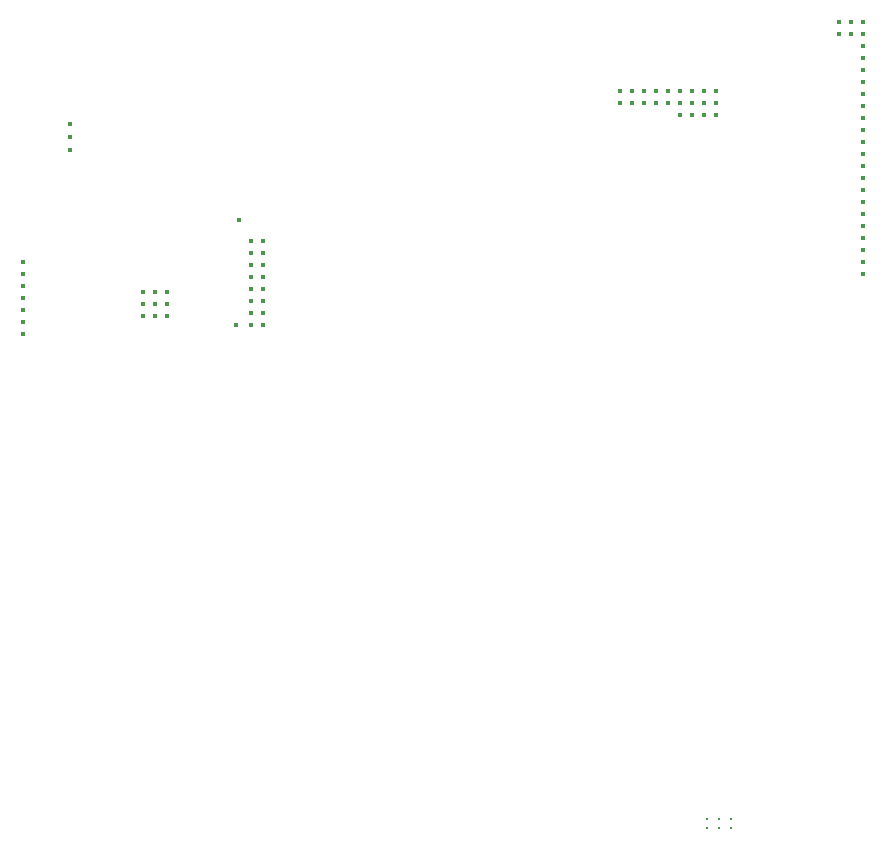
<source format=gbr>
%TF.GenerationSoftware,KiCad,Pcbnew,7.0.8*%
%TF.CreationDate,2024-01-29T15:42:32-05:00*%
%TF.ProjectId,cc_laser_supply_rev-B,63635f6c-6173-4657-925f-737570706c79,rev?*%
%TF.SameCoordinates,Original*%
%TF.FileFunction,Plated,1,2,Blind,Drill*%
%TF.FilePolarity,Positive*%
%FSLAX46Y46*%
G04 Gerber Fmt 4.6, Leading zero omitted, Abs format (unit mm)*
G04 Created by KiCad (PCBNEW 7.0.8) date 2024-01-29 15:42:32*
%MOMM*%
%LPD*%
G01*
G04 APERTURE LIST*
%TA.AperFunction,ViaDrill*%
%ADD10C,0.300000*%
%TD*%
%TA.AperFunction,ViaDrill*%
%ADD11C,0.400000*%
%TD*%
G04 APERTURE END LIST*
D10*
X188468000Y-130429000D03*
X188468000Y-131191000D03*
X189484000Y-130429000D03*
X189484000Y-131191000D03*
X190500000Y-130429000D03*
X190500000Y-131191000D03*
D11*
X130556000Y-83312000D03*
X130556000Y-84328000D03*
X130556000Y-85344000D03*
X130556000Y-86360000D03*
X130556000Y-87376000D03*
X130556000Y-88392000D03*
X130556000Y-89408000D03*
X134518400Y-71628000D03*
X134518400Y-72694800D03*
X134518400Y-73761600D03*
X140716000Y-85852000D03*
X140716000Y-86868000D03*
X140716000Y-87884000D03*
X141732000Y-85852000D03*
X141732000Y-86868000D03*
X141732000Y-87884000D03*
X142748000Y-85852000D03*
X142748000Y-86868000D03*
X142748000Y-87884000D03*
X148590000Y-88646000D03*
X148844000Y-79756000D03*
X149860000Y-81534000D03*
X149860000Y-82550000D03*
X149860000Y-83566000D03*
X149860000Y-84582000D03*
X149860000Y-85598000D03*
X149860000Y-86614000D03*
X149860000Y-87630000D03*
X149860000Y-88646000D03*
X150876000Y-81534000D03*
X150876000Y-82550000D03*
X150876000Y-83566000D03*
X150876000Y-84582000D03*
X150876000Y-85598000D03*
X150876000Y-86614000D03*
X150876000Y-87630000D03*
X150876000Y-88646000D03*
X181102000Y-68834000D03*
X181102000Y-69850000D03*
X182118000Y-68834000D03*
X182118000Y-69850000D03*
X183134000Y-68834000D03*
X183134000Y-69850000D03*
X184150000Y-68834000D03*
X184150000Y-69850000D03*
X185166000Y-68834000D03*
X185166000Y-69850000D03*
X186182000Y-68834000D03*
X186182000Y-69850000D03*
X186182000Y-70866000D03*
X187198000Y-68834000D03*
X187198000Y-69850000D03*
X187198000Y-70866000D03*
X188214000Y-68834000D03*
X188214000Y-69850000D03*
X188214000Y-70866000D03*
X189230000Y-68834000D03*
X189230000Y-69850000D03*
X189230000Y-70866000D03*
X199644000Y-62992000D03*
X199644000Y-64008000D03*
X200660000Y-62992000D03*
X200660000Y-64008000D03*
X201676000Y-62992000D03*
X201676000Y-64008000D03*
X201676000Y-65024000D03*
X201676000Y-66040000D03*
X201676000Y-67056000D03*
X201676000Y-68072000D03*
X201676000Y-69088000D03*
X201676000Y-70104000D03*
X201676000Y-71120000D03*
X201676000Y-72136000D03*
X201676000Y-73152000D03*
X201676000Y-74168000D03*
X201676000Y-75184000D03*
X201676000Y-76200000D03*
X201676000Y-77216000D03*
X201676000Y-78232000D03*
X201676000Y-79248000D03*
X201676000Y-80264000D03*
X201676000Y-81280000D03*
X201676000Y-82296000D03*
X201676000Y-83312000D03*
X201676000Y-84328000D03*
M02*

</source>
